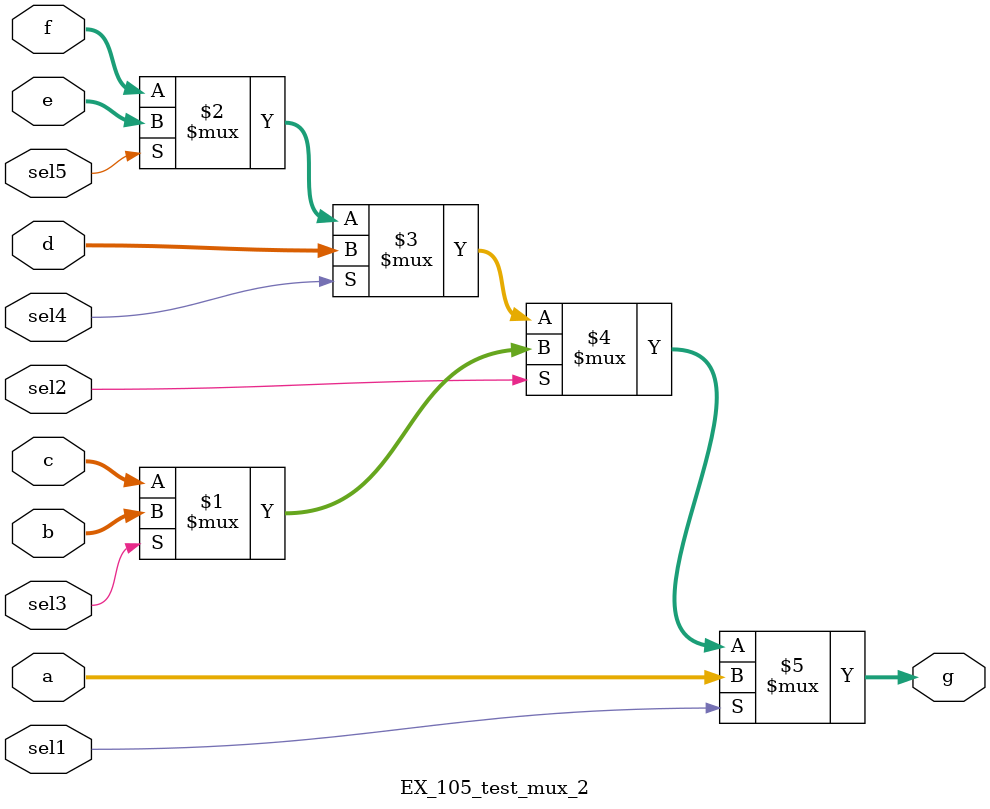
<source format=v>
`timescale 1 ns/1 ns

module EX_105_test_mux_2(a, b, c, d, e, f, sel1, sel2, sel3, sel4, sel5,g);
input	[3:0]	a, b, c, d, e, f;
input		sel1, sel2, sel3 , sel4, sel5;
output	[3:0]	g;
wire 	[3:0]	g;


assign	g = ( sel1 ) ? a :
	    ( sel2 ) ? ((sel3)? b : c) :
	    ( sel4 ) ? d :	((sel5) ? e : f);



endmodule

</source>
